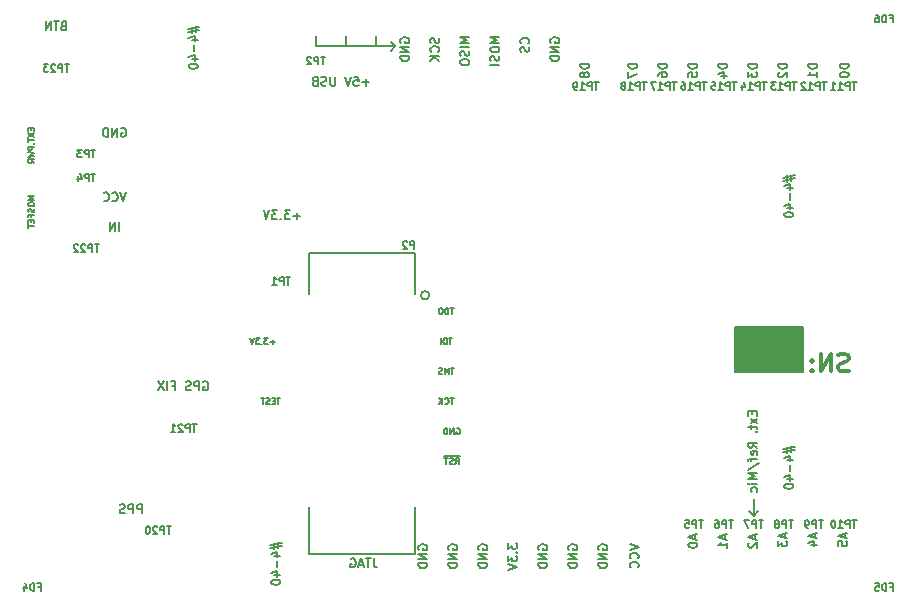
<source format=gbo>
G04 (created by PCBNEW (2013-07-07 BZR 4022)-stable) date 11/17/2016 10:00:46 AM*
%MOIN*%
G04 Gerber Fmt 3.4, Leading zero omitted, Abs format*
%FSLAX34Y34*%
G01*
G70*
G90*
G04 APERTURE LIST*
%ADD10C,0.00590551*%
%ADD11C,0.00738189*%
%ADD12C,0.00787402*%
%ADD13C,0.005*%
%ADD14C,0.011811*%
%ADD15C,0.007*%
%ADD16C,0.232409*%
%ADD17C,0.05*%
%ADD18C,0.027685*%
%ADD19R,0.063X0.063*%
%ADD20C,0.063*%
%ADD21R,0.208X0.058*%
%ADD22C,0.0787402*%
%ADD23C,0.0757165*%
G04 APERTURE END LIST*
G54D10*
G54D11*
X63660Y-52138D02*
X63688Y-52124D01*
X63731Y-52124D01*
X63773Y-52138D01*
X63801Y-52166D01*
X63815Y-52194D01*
X63829Y-52250D01*
X63829Y-52292D01*
X63815Y-52349D01*
X63801Y-52377D01*
X63773Y-52405D01*
X63731Y-52419D01*
X63703Y-52419D01*
X63660Y-52405D01*
X63646Y-52391D01*
X63646Y-52292D01*
X63703Y-52292D01*
X63520Y-52419D02*
X63520Y-52124D01*
X63407Y-52124D01*
X63379Y-52138D01*
X63365Y-52152D01*
X63351Y-52180D01*
X63351Y-52222D01*
X63365Y-52250D01*
X63379Y-52264D01*
X63407Y-52278D01*
X63520Y-52278D01*
X63239Y-52405D02*
X63196Y-52419D01*
X63126Y-52419D01*
X63098Y-52405D01*
X63084Y-52391D01*
X63070Y-52363D01*
X63070Y-52335D01*
X63084Y-52307D01*
X63098Y-52292D01*
X63126Y-52278D01*
X63182Y-52264D01*
X63210Y-52250D01*
X63224Y-52236D01*
X63239Y-52208D01*
X63239Y-52180D01*
X63224Y-52152D01*
X63210Y-52138D01*
X63182Y-52124D01*
X63112Y-52124D01*
X63070Y-52138D01*
X62620Y-52264D02*
X62718Y-52264D01*
X62718Y-52419D02*
X62718Y-52124D01*
X62578Y-52124D01*
X62465Y-52419D02*
X62465Y-52124D01*
X62353Y-52124D02*
X62156Y-52419D01*
X62156Y-52124D02*
X62353Y-52419D01*
G54D12*
X82000Y-56600D02*
X82150Y-56450D01*
X82000Y-56600D02*
X81850Y-56450D01*
X82000Y-56050D02*
X82000Y-56600D01*
G54D11*
X81964Y-53121D02*
X81964Y-53219D01*
X82119Y-53261D02*
X82119Y-53121D01*
X81824Y-53121D01*
X81824Y-53261D01*
X82119Y-53360D02*
X81922Y-53514D01*
X81922Y-53360D02*
X82119Y-53514D01*
X81922Y-53585D02*
X81922Y-53697D01*
X81824Y-53627D02*
X82077Y-53627D01*
X82105Y-53641D01*
X82119Y-53669D01*
X82119Y-53697D01*
X82091Y-53796D02*
X82105Y-53810D01*
X82119Y-53796D01*
X82105Y-53782D01*
X82091Y-53796D01*
X82119Y-53796D01*
X82119Y-54330D02*
X81978Y-54232D01*
X82119Y-54161D02*
X81824Y-54161D01*
X81824Y-54274D01*
X81838Y-54302D01*
X81852Y-54316D01*
X81880Y-54330D01*
X81922Y-54330D01*
X81950Y-54316D01*
X81964Y-54302D01*
X81978Y-54274D01*
X81978Y-54161D01*
X82105Y-54569D02*
X82119Y-54541D01*
X82119Y-54485D01*
X82105Y-54457D01*
X82077Y-54442D01*
X81964Y-54442D01*
X81936Y-54457D01*
X81922Y-54485D01*
X81922Y-54541D01*
X81936Y-54569D01*
X81964Y-54583D01*
X81992Y-54583D01*
X82021Y-54442D01*
X81922Y-54667D02*
X81922Y-54780D01*
X82119Y-54710D02*
X81866Y-54710D01*
X81838Y-54724D01*
X81824Y-54752D01*
X81824Y-54780D01*
X81810Y-55089D02*
X82189Y-54836D01*
X82119Y-55188D02*
X81824Y-55188D01*
X82035Y-55286D01*
X81824Y-55385D01*
X82119Y-55385D01*
X82119Y-55525D02*
X81922Y-55525D01*
X81824Y-55525D02*
X81838Y-55511D01*
X81852Y-55525D01*
X81838Y-55539D01*
X81824Y-55525D01*
X81852Y-55525D01*
X82105Y-55792D02*
X82119Y-55764D01*
X82119Y-55708D01*
X82105Y-55680D01*
X82091Y-55666D01*
X82063Y-55652D01*
X81978Y-55652D01*
X81950Y-55666D01*
X81936Y-55680D01*
X81922Y-55708D01*
X81922Y-55764D01*
X81936Y-55792D01*
X58996Y-40264D02*
X58953Y-40278D01*
X58939Y-40292D01*
X58925Y-40321D01*
X58925Y-40363D01*
X58939Y-40391D01*
X58953Y-40405D01*
X58982Y-40419D01*
X59094Y-40419D01*
X59094Y-40124D01*
X58996Y-40124D01*
X58967Y-40138D01*
X58953Y-40152D01*
X58939Y-40180D01*
X58939Y-40208D01*
X58953Y-40236D01*
X58967Y-40250D01*
X58996Y-40264D01*
X59094Y-40264D01*
X58841Y-40124D02*
X58672Y-40124D01*
X58757Y-40419D02*
X58757Y-40124D01*
X58574Y-40419D02*
X58574Y-40124D01*
X58405Y-40419D01*
X58405Y-40124D01*
G54D13*
X58030Y-45930D02*
X57830Y-45930D01*
X57973Y-45997D01*
X57830Y-46064D01*
X58030Y-46064D01*
X57830Y-46197D02*
X57830Y-46235D01*
X57840Y-46254D01*
X57859Y-46273D01*
X57897Y-46283D01*
X57964Y-46283D01*
X58002Y-46273D01*
X58021Y-46254D01*
X58030Y-46235D01*
X58030Y-46197D01*
X58021Y-46178D01*
X58002Y-46159D01*
X57964Y-46150D01*
X57897Y-46150D01*
X57859Y-46159D01*
X57840Y-46178D01*
X57830Y-46197D01*
X58021Y-46359D02*
X58030Y-46388D01*
X58030Y-46435D01*
X58021Y-46454D01*
X58011Y-46464D01*
X57992Y-46473D01*
X57973Y-46473D01*
X57954Y-46464D01*
X57945Y-46454D01*
X57935Y-46435D01*
X57926Y-46397D01*
X57916Y-46378D01*
X57907Y-46369D01*
X57888Y-46359D01*
X57869Y-46359D01*
X57850Y-46369D01*
X57840Y-46378D01*
X57830Y-46397D01*
X57830Y-46445D01*
X57840Y-46473D01*
X57926Y-46626D02*
X57926Y-46559D01*
X58030Y-46559D02*
X57830Y-46559D01*
X57830Y-46654D01*
X57926Y-46730D02*
X57926Y-46797D01*
X58030Y-46826D02*
X58030Y-46730D01*
X57830Y-46730D01*
X57830Y-46826D01*
X57830Y-46883D02*
X57830Y-46997D01*
X58030Y-46940D02*
X57830Y-46940D01*
G54D11*
X83122Y-54303D02*
X83122Y-54514D01*
X82996Y-54388D02*
X83375Y-54303D01*
X83249Y-54486D02*
X83249Y-54275D01*
X83375Y-54402D02*
X82996Y-54486D01*
X83122Y-54739D02*
X83319Y-54739D01*
X83010Y-54669D02*
X83221Y-54599D01*
X83221Y-54782D01*
X83207Y-54894D02*
X83207Y-55119D01*
X83122Y-55386D02*
X83319Y-55386D01*
X83010Y-55316D02*
X83221Y-55246D01*
X83221Y-55428D01*
X83024Y-55597D02*
X83024Y-55625D01*
X83038Y-55653D01*
X83052Y-55667D01*
X83080Y-55681D01*
X83136Y-55696D01*
X83207Y-55696D01*
X83263Y-55681D01*
X83291Y-55667D01*
X83305Y-55653D01*
X83319Y-55625D01*
X83319Y-55597D01*
X83305Y-55569D01*
X83291Y-55555D01*
X83263Y-55541D01*
X83207Y-55527D01*
X83136Y-55527D01*
X83080Y-55541D01*
X83052Y-55555D01*
X83038Y-55569D01*
X83024Y-55597D01*
X83122Y-45253D02*
X83122Y-45464D01*
X82996Y-45338D02*
X83375Y-45253D01*
X83249Y-45436D02*
X83249Y-45225D01*
X83375Y-45352D02*
X82996Y-45436D01*
X83122Y-45689D02*
X83319Y-45689D01*
X83010Y-45619D02*
X83221Y-45549D01*
X83221Y-45732D01*
X83207Y-45844D02*
X83207Y-46069D01*
X83122Y-46336D02*
X83319Y-46336D01*
X83010Y-46266D02*
X83221Y-46196D01*
X83221Y-46378D01*
X83024Y-46547D02*
X83024Y-46575D01*
X83038Y-46603D01*
X83052Y-46617D01*
X83080Y-46631D01*
X83136Y-46646D01*
X83207Y-46646D01*
X83263Y-46631D01*
X83291Y-46617D01*
X83305Y-46603D01*
X83319Y-46575D01*
X83319Y-46547D01*
X83305Y-46519D01*
X83291Y-46505D01*
X83263Y-46491D01*
X83207Y-46477D01*
X83136Y-46477D01*
X83080Y-46491D01*
X83052Y-46505D01*
X83038Y-46519D01*
X83024Y-46547D01*
X63272Y-40303D02*
X63272Y-40514D01*
X63146Y-40388D02*
X63525Y-40303D01*
X63399Y-40486D02*
X63399Y-40275D01*
X63525Y-40402D02*
X63146Y-40486D01*
X63272Y-40739D02*
X63469Y-40739D01*
X63160Y-40669D02*
X63371Y-40599D01*
X63371Y-40782D01*
X63357Y-40894D02*
X63357Y-41119D01*
X63272Y-41386D02*
X63469Y-41386D01*
X63160Y-41316D02*
X63371Y-41246D01*
X63371Y-41428D01*
X63174Y-41597D02*
X63174Y-41625D01*
X63188Y-41653D01*
X63202Y-41667D01*
X63230Y-41681D01*
X63286Y-41696D01*
X63357Y-41696D01*
X63413Y-41681D01*
X63441Y-41667D01*
X63455Y-41653D01*
X63469Y-41625D01*
X63469Y-41597D01*
X63455Y-41569D01*
X63441Y-41555D01*
X63413Y-41541D01*
X63357Y-41527D01*
X63286Y-41527D01*
X63230Y-41541D01*
X63202Y-41555D01*
X63188Y-41569D01*
X63174Y-41597D01*
X66022Y-57503D02*
X66022Y-57714D01*
X65896Y-57588D02*
X66275Y-57503D01*
X66149Y-57686D02*
X66149Y-57475D01*
X66275Y-57602D02*
X65896Y-57686D01*
X66022Y-57939D02*
X66219Y-57939D01*
X65910Y-57869D02*
X66121Y-57799D01*
X66121Y-57982D01*
X66107Y-58094D02*
X66107Y-58319D01*
X66022Y-58586D02*
X66219Y-58586D01*
X65910Y-58516D02*
X66121Y-58446D01*
X66121Y-58628D01*
X65924Y-58797D02*
X65924Y-58825D01*
X65938Y-58853D01*
X65952Y-58867D01*
X65980Y-58881D01*
X66036Y-58896D01*
X66107Y-58896D01*
X66163Y-58881D01*
X66191Y-58867D01*
X66205Y-58853D01*
X66219Y-58825D01*
X66219Y-58797D01*
X66205Y-58769D01*
X66191Y-58755D01*
X66163Y-58741D01*
X66107Y-58727D01*
X66036Y-58727D01*
X65980Y-58741D01*
X65952Y-58755D01*
X65938Y-58769D01*
X65924Y-58797D01*
X70838Y-57725D02*
X70824Y-57696D01*
X70824Y-57654D01*
X70838Y-57612D01*
X70866Y-57584D01*
X70894Y-57570D01*
X70950Y-57556D01*
X70992Y-57556D01*
X71049Y-57570D01*
X71077Y-57584D01*
X71105Y-57612D01*
X71119Y-57654D01*
X71119Y-57682D01*
X71105Y-57725D01*
X71091Y-57739D01*
X70992Y-57739D01*
X70992Y-57682D01*
X71119Y-57865D02*
X70824Y-57865D01*
X71119Y-58034D01*
X70824Y-58034D01*
X71119Y-58174D02*
X70824Y-58174D01*
X70824Y-58245D01*
X70838Y-58287D01*
X70866Y-58315D01*
X70894Y-58329D01*
X70950Y-58343D01*
X70992Y-58343D01*
X71049Y-58329D01*
X71077Y-58315D01*
X71105Y-58287D01*
X71119Y-58245D01*
X71119Y-58174D01*
X71838Y-57725D02*
X71824Y-57696D01*
X71824Y-57654D01*
X71838Y-57612D01*
X71866Y-57584D01*
X71894Y-57570D01*
X71950Y-57556D01*
X71992Y-57556D01*
X72049Y-57570D01*
X72077Y-57584D01*
X72105Y-57612D01*
X72119Y-57654D01*
X72119Y-57682D01*
X72105Y-57725D01*
X72091Y-57739D01*
X71992Y-57739D01*
X71992Y-57682D01*
X72119Y-57865D02*
X71824Y-57865D01*
X72119Y-58034D01*
X71824Y-58034D01*
X72119Y-58174D02*
X71824Y-58174D01*
X71824Y-58245D01*
X71838Y-58287D01*
X71866Y-58315D01*
X71894Y-58329D01*
X71950Y-58343D01*
X71992Y-58343D01*
X72049Y-58329D01*
X72077Y-58315D01*
X72105Y-58287D01*
X72119Y-58245D01*
X72119Y-58174D01*
X72838Y-57725D02*
X72824Y-57696D01*
X72824Y-57654D01*
X72838Y-57612D01*
X72866Y-57584D01*
X72894Y-57570D01*
X72950Y-57556D01*
X72992Y-57556D01*
X73049Y-57570D01*
X73077Y-57584D01*
X73105Y-57612D01*
X73119Y-57654D01*
X73119Y-57682D01*
X73105Y-57725D01*
X73091Y-57739D01*
X72992Y-57739D01*
X72992Y-57682D01*
X73119Y-57865D02*
X72824Y-57865D01*
X73119Y-58034D01*
X72824Y-58034D01*
X73119Y-58174D02*
X72824Y-58174D01*
X72824Y-58245D01*
X72838Y-58287D01*
X72866Y-58315D01*
X72894Y-58329D01*
X72950Y-58343D01*
X72992Y-58343D01*
X73049Y-58329D01*
X73077Y-58315D01*
X73105Y-58287D01*
X73119Y-58245D01*
X73119Y-58174D01*
X74838Y-57725D02*
X74824Y-57696D01*
X74824Y-57654D01*
X74838Y-57612D01*
X74866Y-57584D01*
X74894Y-57570D01*
X74950Y-57556D01*
X74992Y-57556D01*
X75049Y-57570D01*
X75077Y-57584D01*
X75105Y-57612D01*
X75119Y-57654D01*
X75119Y-57682D01*
X75105Y-57725D01*
X75091Y-57739D01*
X74992Y-57739D01*
X74992Y-57682D01*
X75119Y-57865D02*
X74824Y-57865D01*
X75119Y-58034D01*
X74824Y-58034D01*
X75119Y-58174D02*
X74824Y-58174D01*
X74824Y-58245D01*
X74838Y-58287D01*
X74866Y-58315D01*
X74894Y-58329D01*
X74950Y-58343D01*
X74992Y-58343D01*
X75049Y-58329D01*
X75077Y-58315D01*
X75105Y-58287D01*
X75119Y-58245D01*
X75119Y-58174D01*
X75238Y-40825D02*
X75224Y-40796D01*
X75224Y-40754D01*
X75238Y-40712D01*
X75266Y-40684D01*
X75294Y-40670D01*
X75350Y-40656D01*
X75392Y-40656D01*
X75449Y-40670D01*
X75477Y-40684D01*
X75505Y-40712D01*
X75519Y-40754D01*
X75519Y-40782D01*
X75505Y-40825D01*
X75491Y-40839D01*
X75392Y-40839D01*
X75392Y-40782D01*
X75519Y-40965D02*
X75224Y-40965D01*
X75519Y-41134D01*
X75224Y-41134D01*
X75519Y-41274D02*
X75224Y-41274D01*
X75224Y-41345D01*
X75238Y-41387D01*
X75266Y-41415D01*
X75294Y-41429D01*
X75350Y-41443D01*
X75392Y-41443D01*
X75449Y-41429D01*
X75477Y-41415D01*
X75505Y-41387D01*
X75519Y-41345D01*
X75519Y-41274D01*
G54D12*
X68400Y-40600D02*
X68400Y-40950D01*
X69400Y-40600D02*
X69400Y-40950D01*
X70050Y-40950D02*
X69900Y-41100D01*
X69900Y-40800D02*
X70050Y-40950D01*
X70050Y-40950D02*
X69900Y-40800D01*
X67400Y-40950D02*
X70050Y-40950D01*
X67400Y-40600D02*
X67400Y-40950D01*
G54D13*
X72059Y-54880D02*
X72126Y-54785D01*
X72173Y-54880D02*
X72173Y-54680D01*
X72097Y-54680D01*
X72078Y-54690D01*
X72069Y-54700D01*
X72059Y-54719D01*
X72059Y-54747D01*
X72069Y-54766D01*
X72078Y-54776D01*
X72097Y-54785D01*
X72173Y-54785D01*
X71983Y-54871D02*
X71954Y-54880D01*
X71907Y-54880D01*
X71888Y-54871D01*
X71878Y-54861D01*
X71869Y-54842D01*
X71869Y-54823D01*
X71878Y-54804D01*
X71888Y-54795D01*
X71907Y-54785D01*
X71945Y-54776D01*
X71964Y-54766D01*
X71973Y-54757D01*
X71983Y-54738D01*
X71983Y-54719D01*
X71973Y-54700D01*
X71964Y-54690D01*
X71945Y-54680D01*
X71897Y-54680D01*
X71869Y-54690D01*
X71811Y-54680D02*
X71697Y-54680D01*
X71754Y-54880D02*
X71754Y-54680D01*
X72221Y-54605D02*
X71678Y-54605D01*
X72102Y-53690D02*
X72121Y-53680D01*
X72150Y-53680D01*
X72178Y-53690D01*
X72197Y-53709D01*
X72207Y-53728D01*
X72216Y-53766D01*
X72216Y-53795D01*
X72207Y-53833D01*
X72197Y-53852D01*
X72178Y-53871D01*
X72150Y-53880D01*
X72130Y-53880D01*
X72102Y-53871D01*
X72092Y-53861D01*
X72092Y-53795D01*
X72130Y-53795D01*
X72007Y-53880D02*
X72007Y-53680D01*
X71892Y-53880D01*
X71892Y-53680D01*
X71797Y-53880D02*
X71797Y-53680D01*
X71750Y-53680D01*
X71721Y-53690D01*
X71702Y-53709D01*
X71692Y-53728D01*
X71683Y-53766D01*
X71683Y-53795D01*
X71692Y-53833D01*
X71702Y-53852D01*
X71721Y-53871D01*
X71750Y-53880D01*
X71797Y-53880D01*
X72007Y-52680D02*
X71892Y-52680D01*
X71950Y-52880D02*
X71950Y-52680D01*
X71711Y-52861D02*
X71721Y-52871D01*
X71750Y-52880D01*
X71769Y-52880D01*
X71797Y-52871D01*
X71816Y-52852D01*
X71826Y-52833D01*
X71835Y-52795D01*
X71835Y-52766D01*
X71826Y-52728D01*
X71816Y-52709D01*
X71797Y-52690D01*
X71769Y-52680D01*
X71750Y-52680D01*
X71721Y-52690D01*
X71711Y-52700D01*
X71626Y-52880D02*
X71626Y-52680D01*
X71511Y-52880D02*
X71597Y-52766D01*
X71511Y-52680D02*
X71626Y-52795D01*
X72016Y-51680D02*
X71902Y-51680D01*
X71959Y-51880D02*
X71959Y-51680D01*
X71835Y-51880D02*
X71835Y-51680D01*
X71769Y-51823D01*
X71702Y-51680D01*
X71702Y-51880D01*
X71616Y-51871D02*
X71588Y-51880D01*
X71540Y-51880D01*
X71521Y-51871D01*
X71511Y-51861D01*
X71502Y-51842D01*
X71502Y-51823D01*
X71511Y-51804D01*
X71521Y-51795D01*
X71540Y-51785D01*
X71578Y-51776D01*
X71597Y-51766D01*
X71607Y-51757D01*
X71616Y-51738D01*
X71616Y-51719D01*
X71607Y-51700D01*
X71597Y-51690D01*
X71578Y-51680D01*
X71530Y-51680D01*
X71502Y-51690D01*
X71954Y-50680D02*
X71840Y-50680D01*
X71897Y-50880D02*
X71897Y-50680D01*
X71773Y-50880D02*
X71773Y-50680D01*
X71726Y-50680D01*
X71697Y-50690D01*
X71678Y-50709D01*
X71669Y-50728D01*
X71659Y-50766D01*
X71659Y-50795D01*
X71669Y-50833D01*
X71678Y-50852D01*
X71697Y-50871D01*
X71726Y-50880D01*
X71773Y-50880D01*
X71573Y-50880D02*
X71573Y-50680D01*
X72011Y-49680D02*
X71897Y-49680D01*
X71954Y-49880D02*
X71954Y-49680D01*
X71830Y-49880D02*
X71830Y-49680D01*
X71783Y-49680D01*
X71754Y-49690D01*
X71735Y-49709D01*
X71726Y-49728D01*
X71716Y-49766D01*
X71716Y-49795D01*
X71726Y-49833D01*
X71735Y-49852D01*
X71754Y-49871D01*
X71783Y-49880D01*
X71830Y-49880D01*
X71592Y-49680D02*
X71554Y-49680D01*
X71535Y-49690D01*
X71516Y-49709D01*
X71507Y-49747D01*
X71507Y-49814D01*
X71516Y-49852D01*
X71535Y-49871D01*
X71554Y-49880D01*
X71592Y-49880D01*
X71611Y-49871D01*
X71630Y-49852D01*
X71640Y-49814D01*
X71640Y-49747D01*
X71630Y-49709D01*
X71611Y-49690D01*
X71592Y-49680D01*
X66219Y-52680D02*
X66104Y-52680D01*
X66161Y-52880D02*
X66161Y-52680D01*
X66038Y-52776D02*
X65971Y-52776D01*
X65942Y-52880D02*
X66038Y-52880D01*
X66038Y-52680D01*
X65942Y-52680D01*
X65866Y-52871D02*
X65838Y-52880D01*
X65790Y-52880D01*
X65771Y-52871D01*
X65761Y-52861D01*
X65752Y-52842D01*
X65752Y-52823D01*
X65761Y-52804D01*
X65771Y-52795D01*
X65790Y-52785D01*
X65828Y-52776D01*
X65847Y-52766D01*
X65857Y-52757D01*
X65866Y-52738D01*
X65866Y-52719D01*
X65857Y-52700D01*
X65847Y-52690D01*
X65828Y-52680D01*
X65780Y-52680D01*
X65752Y-52690D01*
X65695Y-52680D02*
X65580Y-52680D01*
X65638Y-52880D02*
X65638Y-52680D01*
X66050Y-50804D02*
X65897Y-50804D01*
X65973Y-50880D02*
X65973Y-50728D01*
X65821Y-50680D02*
X65697Y-50680D01*
X65764Y-50757D01*
X65735Y-50757D01*
X65716Y-50766D01*
X65707Y-50776D01*
X65697Y-50795D01*
X65697Y-50842D01*
X65707Y-50861D01*
X65716Y-50871D01*
X65735Y-50880D01*
X65792Y-50880D01*
X65811Y-50871D01*
X65821Y-50861D01*
X65611Y-50861D02*
X65602Y-50871D01*
X65611Y-50880D01*
X65621Y-50871D01*
X65611Y-50861D01*
X65611Y-50880D01*
X65535Y-50680D02*
X65411Y-50680D01*
X65478Y-50757D01*
X65450Y-50757D01*
X65430Y-50766D01*
X65421Y-50776D01*
X65411Y-50795D01*
X65411Y-50842D01*
X65421Y-50861D01*
X65430Y-50871D01*
X65450Y-50880D01*
X65507Y-50880D01*
X65526Y-50871D01*
X65535Y-50861D01*
X65354Y-50680D02*
X65288Y-50880D01*
X65221Y-50680D01*
G54D11*
X66890Y-46607D02*
X66665Y-46607D01*
X66778Y-46719D02*
X66778Y-46494D01*
X66553Y-46424D02*
X66370Y-46424D01*
X66468Y-46536D01*
X66426Y-46536D01*
X66398Y-46550D01*
X66384Y-46564D01*
X66370Y-46592D01*
X66370Y-46663D01*
X66384Y-46691D01*
X66398Y-46705D01*
X66426Y-46719D01*
X66510Y-46719D01*
X66539Y-46705D01*
X66553Y-46691D01*
X66243Y-46691D02*
X66229Y-46705D01*
X66243Y-46719D01*
X66257Y-46705D01*
X66243Y-46691D01*
X66243Y-46719D01*
X66131Y-46424D02*
X65948Y-46424D01*
X66046Y-46536D01*
X66004Y-46536D01*
X65976Y-46550D01*
X65962Y-46564D01*
X65948Y-46592D01*
X65948Y-46663D01*
X65962Y-46691D01*
X65976Y-46705D01*
X66004Y-46719D01*
X66089Y-46719D01*
X66117Y-46705D01*
X66131Y-46691D01*
X65864Y-46424D02*
X65765Y-46719D01*
X65667Y-46424D01*
X69185Y-42157D02*
X68960Y-42157D01*
X69072Y-42269D02*
X69072Y-42044D01*
X68678Y-41974D02*
X68819Y-41974D01*
X68833Y-42114D01*
X68819Y-42100D01*
X68791Y-42086D01*
X68721Y-42086D01*
X68692Y-42100D01*
X68678Y-42114D01*
X68664Y-42142D01*
X68664Y-42213D01*
X68678Y-42241D01*
X68692Y-42255D01*
X68721Y-42269D01*
X68791Y-42269D01*
X68819Y-42255D01*
X68833Y-42241D01*
X68580Y-41974D02*
X68482Y-42269D01*
X68383Y-41974D01*
X68060Y-41974D02*
X68060Y-42213D01*
X68046Y-42241D01*
X68032Y-42255D01*
X68003Y-42269D01*
X67947Y-42269D01*
X67919Y-42255D01*
X67905Y-42241D01*
X67891Y-42213D01*
X67891Y-41974D01*
X67764Y-42255D02*
X67722Y-42269D01*
X67652Y-42269D01*
X67624Y-42255D01*
X67610Y-42241D01*
X67596Y-42213D01*
X67596Y-42185D01*
X67610Y-42157D01*
X67624Y-42142D01*
X67652Y-42128D01*
X67708Y-42114D01*
X67736Y-42100D01*
X67750Y-42086D01*
X67764Y-42058D01*
X67764Y-42030D01*
X67750Y-42002D01*
X67736Y-41988D01*
X67708Y-41974D01*
X67638Y-41974D01*
X67596Y-41988D01*
X67371Y-42114D02*
X67329Y-42128D01*
X67314Y-42142D01*
X67300Y-42171D01*
X67300Y-42213D01*
X67314Y-42241D01*
X67329Y-42255D01*
X67357Y-42269D01*
X67469Y-42269D01*
X67469Y-41974D01*
X67371Y-41974D01*
X67343Y-41988D01*
X67329Y-42002D01*
X67314Y-42030D01*
X67314Y-42058D01*
X67329Y-42086D01*
X67343Y-42100D01*
X67371Y-42114D01*
X67469Y-42114D01*
X61615Y-56519D02*
X61615Y-56224D01*
X61503Y-56224D01*
X61474Y-56238D01*
X61460Y-56252D01*
X61446Y-56280D01*
X61446Y-56322D01*
X61460Y-56350D01*
X61474Y-56364D01*
X61503Y-56378D01*
X61615Y-56378D01*
X61320Y-56519D02*
X61320Y-56224D01*
X61207Y-56224D01*
X61179Y-56238D01*
X61165Y-56252D01*
X61151Y-56280D01*
X61151Y-56322D01*
X61165Y-56350D01*
X61179Y-56364D01*
X61207Y-56378D01*
X61320Y-56378D01*
X61039Y-56505D02*
X60996Y-56519D01*
X60926Y-56519D01*
X60898Y-56505D01*
X60884Y-56491D01*
X60870Y-56463D01*
X60870Y-56435D01*
X60884Y-56407D01*
X60898Y-56392D01*
X60926Y-56378D01*
X60982Y-56364D01*
X61010Y-56350D01*
X61025Y-56336D01*
X61039Y-56308D01*
X61039Y-56280D01*
X61025Y-56252D01*
X61010Y-56238D01*
X60982Y-56224D01*
X60912Y-56224D01*
X60870Y-56238D01*
X61093Y-45824D02*
X60995Y-46119D01*
X60896Y-45824D01*
X60629Y-46091D02*
X60643Y-46105D01*
X60685Y-46119D01*
X60714Y-46119D01*
X60756Y-46105D01*
X60784Y-46077D01*
X60798Y-46049D01*
X60812Y-45992D01*
X60812Y-45950D01*
X60798Y-45894D01*
X60784Y-45866D01*
X60756Y-45838D01*
X60714Y-45824D01*
X60685Y-45824D01*
X60643Y-45838D01*
X60629Y-45852D01*
X60334Y-46091D02*
X60348Y-46105D01*
X60390Y-46119D01*
X60418Y-46119D01*
X60460Y-46105D01*
X60489Y-46077D01*
X60503Y-46049D01*
X60517Y-45992D01*
X60517Y-45950D01*
X60503Y-45894D01*
X60489Y-45866D01*
X60460Y-45838D01*
X60418Y-45824D01*
X60390Y-45824D01*
X60348Y-45838D01*
X60334Y-45852D01*
X60924Y-43688D02*
X60953Y-43674D01*
X60995Y-43674D01*
X61037Y-43688D01*
X61065Y-43716D01*
X61079Y-43744D01*
X61093Y-43800D01*
X61093Y-43842D01*
X61079Y-43899D01*
X61065Y-43927D01*
X61037Y-43955D01*
X60995Y-43969D01*
X60967Y-43969D01*
X60924Y-43955D01*
X60910Y-43941D01*
X60910Y-43842D01*
X60967Y-43842D01*
X60784Y-43969D02*
X60784Y-43674D01*
X60615Y-43969D01*
X60615Y-43674D01*
X60475Y-43969D02*
X60475Y-43674D01*
X60404Y-43674D01*
X60362Y-43688D01*
X60334Y-43716D01*
X60320Y-43744D01*
X60306Y-43800D01*
X60306Y-43842D01*
X60320Y-43899D01*
X60334Y-43927D01*
X60362Y-43955D01*
X60404Y-43969D01*
X60475Y-43969D01*
X60854Y-47119D02*
X60854Y-46824D01*
X60714Y-47119D02*
X60714Y-46824D01*
X60545Y-47119D01*
X60545Y-46824D01*
G54D14*
X85168Y-51760D02*
X85084Y-51789D01*
X84943Y-51789D01*
X84887Y-51760D01*
X84859Y-51732D01*
X84831Y-51676D01*
X84831Y-51620D01*
X84859Y-51564D01*
X84887Y-51535D01*
X84943Y-51507D01*
X85056Y-51479D01*
X85112Y-51451D01*
X85140Y-51423D01*
X85168Y-51367D01*
X85168Y-51310D01*
X85140Y-51254D01*
X85112Y-51226D01*
X85056Y-51198D01*
X84915Y-51198D01*
X84831Y-51226D01*
X84578Y-51789D02*
X84578Y-51198D01*
X84240Y-51789D01*
X84240Y-51198D01*
X83959Y-51732D02*
X83931Y-51760D01*
X83959Y-51789D01*
X83987Y-51760D01*
X83959Y-51732D01*
X83959Y-51789D01*
X83959Y-51423D02*
X83931Y-51451D01*
X83959Y-51479D01*
X83987Y-51451D01*
X83959Y-51423D01*
X83959Y-51479D01*
G54D11*
X69344Y-58024D02*
X69344Y-58235D01*
X69358Y-58277D01*
X69386Y-58305D01*
X69428Y-58319D01*
X69456Y-58319D01*
X69246Y-58024D02*
X69077Y-58024D01*
X69161Y-58319D02*
X69161Y-58024D01*
X68992Y-58235D02*
X68852Y-58235D01*
X69021Y-58319D02*
X68922Y-58024D01*
X68824Y-58319D01*
X68571Y-58038D02*
X68599Y-58024D01*
X68641Y-58024D01*
X68683Y-58038D01*
X68711Y-58066D01*
X68725Y-58094D01*
X68739Y-58150D01*
X68739Y-58192D01*
X68725Y-58249D01*
X68711Y-58277D01*
X68683Y-58305D01*
X68641Y-58319D01*
X68613Y-58319D01*
X68571Y-58305D01*
X68557Y-58291D01*
X68557Y-58192D01*
X68613Y-58192D01*
X71505Y-40670D02*
X71519Y-40712D01*
X71519Y-40782D01*
X71505Y-40810D01*
X71491Y-40825D01*
X71463Y-40839D01*
X71435Y-40839D01*
X71407Y-40825D01*
X71392Y-40810D01*
X71378Y-40782D01*
X71364Y-40726D01*
X71350Y-40698D01*
X71336Y-40684D01*
X71308Y-40670D01*
X71280Y-40670D01*
X71252Y-40684D01*
X71238Y-40698D01*
X71224Y-40726D01*
X71224Y-40796D01*
X71238Y-40839D01*
X71491Y-41134D02*
X71505Y-41120D01*
X71519Y-41078D01*
X71519Y-41050D01*
X71505Y-41007D01*
X71477Y-40979D01*
X71449Y-40965D01*
X71392Y-40951D01*
X71350Y-40951D01*
X71294Y-40965D01*
X71266Y-40979D01*
X71238Y-41007D01*
X71224Y-41050D01*
X71224Y-41078D01*
X71238Y-41120D01*
X71252Y-41134D01*
X71519Y-41260D02*
X71224Y-41260D01*
X71519Y-41429D02*
X71350Y-41303D01*
X71224Y-41429D02*
X71392Y-41260D01*
X72519Y-40635D02*
X72224Y-40635D01*
X72435Y-40734D01*
X72224Y-40832D01*
X72519Y-40832D01*
X72519Y-40973D02*
X72224Y-40973D01*
X72505Y-41100D02*
X72519Y-41142D01*
X72519Y-41212D01*
X72505Y-41240D01*
X72491Y-41254D01*
X72463Y-41268D01*
X72435Y-41268D01*
X72407Y-41254D01*
X72392Y-41240D01*
X72378Y-41212D01*
X72364Y-41156D01*
X72350Y-41128D01*
X72336Y-41114D01*
X72308Y-41100D01*
X72280Y-41100D01*
X72252Y-41114D01*
X72238Y-41128D01*
X72224Y-41156D01*
X72224Y-41226D01*
X72238Y-41268D01*
X72224Y-41451D02*
X72224Y-41507D01*
X72238Y-41535D01*
X72266Y-41564D01*
X72322Y-41578D01*
X72421Y-41578D01*
X72477Y-41564D01*
X72505Y-41535D01*
X72519Y-41507D01*
X72519Y-41451D01*
X72505Y-41423D01*
X72477Y-41395D01*
X72421Y-41381D01*
X72322Y-41381D01*
X72266Y-41395D01*
X72238Y-41423D01*
X72224Y-41451D01*
X73519Y-40635D02*
X73224Y-40635D01*
X73435Y-40734D01*
X73224Y-40832D01*
X73519Y-40832D01*
X73224Y-41029D02*
X73224Y-41085D01*
X73238Y-41114D01*
X73266Y-41142D01*
X73322Y-41156D01*
X73421Y-41156D01*
X73477Y-41142D01*
X73505Y-41114D01*
X73519Y-41085D01*
X73519Y-41029D01*
X73505Y-41001D01*
X73477Y-40973D01*
X73421Y-40959D01*
X73322Y-40959D01*
X73266Y-40973D01*
X73238Y-41001D01*
X73224Y-41029D01*
X73505Y-41268D02*
X73519Y-41310D01*
X73519Y-41381D01*
X73505Y-41409D01*
X73491Y-41423D01*
X73463Y-41437D01*
X73435Y-41437D01*
X73407Y-41423D01*
X73392Y-41409D01*
X73378Y-41381D01*
X73364Y-41324D01*
X73350Y-41296D01*
X73336Y-41282D01*
X73308Y-41268D01*
X73280Y-41268D01*
X73252Y-41282D01*
X73238Y-41296D01*
X73224Y-41324D01*
X73224Y-41395D01*
X73238Y-41437D01*
X73519Y-41564D02*
X73224Y-41564D01*
X74491Y-40850D02*
X74505Y-40836D01*
X74519Y-40794D01*
X74519Y-40766D01*
X74505Y-40724D01*
X74477Y-40696D01*
X74449Y-40682D01*
X74392Y-40667D01*
X74350Y-40667D01*
X74294Y-40682D01*
X74266Y-40696D01*
X74238Y-40724D01*
X74224Y-40766D01*
X74224Y-40794D01*
X74238Y-40836D01*
X74252Y-40850D01*
X74505Y-40963D02*
X74519Y-41005D01*
X74519Y-41075D01*
X74505Y-41103D01*
X74491Y-41117D01*
X74463Y-41132D01*
X74435Y-41132D01*
X74407Y-41117D01*
X74392Y-41103D01*
X74378Y-41075D01*
X74364Y-41019D01*
X74350Y-40991D01*
X74336Y-40977D01*
X74308Y-40963D01*
X74280Y-40963D01*
X74252Y-40977D01*
X74238Y-40991D01*
X74224Y-41019D01*
X74224Y-41089D01*
X74238Y-41132D01*
X76519Y-41532D02*
X76224Y-41532D01*
X76224Y-41602D01*
X76238Y-41644D01*
X76266Y-41672D01*
X76294Y-41686D01*
X76350Y-41700D01*
X76392Y-41700D01*
X76449Y-41686D01*
X76477Y-41672D01*
X76505Y-41644D01*
X76519Y-41602D01*
X76519Y-41532D01*
X76350Y-41869D02*
X76336Y-41841D01*
X76322Y-41827D01*
X76294Y-41813D01*
X76280Y-41813D01*
X76252Y-41827D01*
X76238Y-41841D01*
X76224Y-41869D01*
X76224Y-41925D01*
X76238Y-41953D01*
X76252Y-41967D01*
X76280Y-41982D01*
X76294Y-41982D01*
X76322Y-41967D01*
X76336Y-41953D01*
X76350Y-41925D01*
X76350Y-41869D01*
X76364Y-41841D01*
X76378Y-41827D01*
X76407Y-41813D01*
X76463Y-41813D01*
X76491Y-41827D01*
X76505Y-41841D01*
X76519Y-41869D01*
X76519Y-41925D01*
X76505Y-41953D01*
X76491Y-41967D01*
X76463Y-41982D01*
X76407Y-41982D01*
X76378Y-41967D01*
X76364Y-41953D01*
X76350Y-41925D01*
X85169Y-41532D02*
X84874Y-41532D01*
X84874Y-41602D01*
X84888Y-41644D01*
X84916Y-41672D01*
X84944Y-41686D01*
X85000Y-41700D01*
X85042Y-41700D01*
X85099Y-41686D01*
X85127Y-41672D01*
X85155Y-41644D01*
X85169Y-41602D01*
X85169Y-41532D01*
X84874Y-41883D02*
X84874Y-41911D01*
X84888Y-41939D01*
X84902Y-41953D01*
X84930Y-41967D01*
X84986Y-41982D01*
X85057Y-41982D01*
X85113Y-41967D01*
X85141Y-41953D01*
X85155Y-41939D01*
X85169Y-41911D01*
X85169Y-41883D01*
X85155Y-41855D01*
X85141Y-41841D01*
X85113Y-41827D01*
X85057Y-41813D01*
X84986Y-41813D01*
X84930Y-41827D01*
X84902Y-41841D01*
X84888Y-41855D01*
X84874Y-41883D01*
X84119Y-41532D02*
X83824Y-41532D01*
X83824Y-41602D01*
X83838Y-41644D01*
X83866Y-41672D01*
X83894Y-41686D01*
X83950Y-41700D01*
X83992Y-41700D01*
X84049Y-41686D01*
X84077Y-41672D01*
X84105Y-41644D01*
X84119Y-41602D01*
X84119Y-41532D01*
X84119Y-41982D02*
X84119Y-41813D01*
X84119Y-41897D02*
X83824Y-41897D01*
X83866Y-41869D01*
X83894Y-41841D01*
X83908Y-41813D01*
X83119Y-41532D02*
X82824Y-41532D01*
X82824Y-41602D01*
X82838Y-41644D01*
X82866Y-41672D01*
X82894Y-41686D01*
X82950Y-41700D01*
X82992Y-41700D01*
X83049Y-41686D01*
X83077Y-41672D01*
X83105Y-41644D01*
X83119Y-41602D01*
X83119Y-41532D01*
X82852Y-41813D02*
X82838Y-41827D01*
X82824Y-41855D01*
X82824Y-41925D01*
X82838Y-41953D01*
X82852Y-41967D01*
X82880Y-41982D01*
X82908Y-41982D01*
X82950Y-41967D01*
X83119Y-41799D01*
X83119Y-41982D01*
X82119Y-41532D02*
X81824Y-41532D01*
X81824Y-41602D01*
X81838Y-41644D01*
X81866Y-41672D01*
X81894Y-41686D01*
X81950Y-41700D01*
X81992Y-41700D01*
X82049Y-41686D01*
X82077Y-41672D01*
X82105Y-41644D01*
X82119Y-41602D01*
X82119Y-41532D01*
X81824Y-41799D02*
X81824Y-41982D01*
X81936Y-41883D01*
X81936Y-41925D01*
X81950Y-41953D01*
X81964Y-41967D01*
X81992Y-41982D01*
X82063Y-41982D01*
X82091Y-41967D01*
X82105Y-41953D01*
X82119Y-41925D01*
X82119Y-41841D01*
X82105Y-41813D01*
X82091Y-41799D01*
X81119Y-41532D02*
X80824Y-41532D01*
X80824Y-41602D01*
X80838Y-41644D01*
X80866Y-41672D01*
X80894Y-41686D01*
X80950Y-41700D01*
X80992Y-41700D01*
X81049Y-41686D01*
X81077Y-41672D01*
X81105Y-41644D01*
X81119Y-41602D01*
X81119Y-41532D01*
X80922Y-41953D02*
X81119Y-41953D01*
X80810Y-41883D02*
X81021Y-41813D01*
X81021Y-41996D01*
X80119Y-41532D02*
X79824Y-41532D01*
X79824Y-41602D01*
X79838Y-41644D01*
X79866Y-41672D01*
X79894Y-41686D01*
X79950Y-41700D01*
X79992Y-41700D01*
X80049Y-41686D01*
X80077Y-41672D01*
X80105Y-41644D01*
X80119Y-41602D01*
X80119Y-41532D01*
X79824Y-41967D02*
X79824Y-41827D01*
X79964Y-41813D01*
X79950Y-41827D01*
X79936Y-41855D01*
X79936Y-41925D01*
X79950Y-41953D01*
X79964Y-41967D01*
X79992Y-41982D01*
X80063Y-41982D01*
X80091Y-41967D01*
X80105Y-41953D01*
X80119Y-41925D01*
X80119Y-41855D01*
X80105Y-41827D01*
X80091Y-41813D01*
X79119Y-41532D02*
X78824Y-41532D01*
X78824Y-41602D01*
X78838Y-41644D01*
X78866Y-41672D01*
X78894Y-41686D01*
X78950Y-41700D01*
X78992Y-41700D01*
X79049Y-41686D01*
X79077Y-41672D01*
X79105Y-41644D01*
X79119Y-41602D01*
X79119Y-41532D01*
X78824Y-41953D02*
X78824Y-41897D01*
X78838Y-41869D01*
X78852Y-41855D01*
X78894Y-41827D01*
X78950Y-41813D01*
X79063Y-41813D01*
X79091Y-41827D01*
X79105Y-41841D01*
X79119Y-41869D01*
X79119Y-41925D01*
X79105Y-41953D01*
X79091Y-41967D01*
X79063Y-41982D01*
X78992Y-41982D01*
X78964Y-41967D01*
X78950Y-41953D01*
X78936Y-41925D01*
X78936Y-41869D01*
X78950Y-41841D01*
X78964Y-41827D01*
X78992Y-41813D01*
X78119Y-41532D02*
X77824Y-41532D01*
X77824Y-41602D01*
X77838Y-41644D01*
X77866Y-41672D01*
X77894Y-41686D01*
X77950Y-41700D01*
X77992Y-41700D01*
X78049Y-41686D01*
X78077Y-41672D01*
X78105Y-41644D01*
X78119Y-41602D01*
X78119Y-41532D01*
X77824Y-41799D02*
X77824Y-41996D01*
X78119Y-41869D01*
X70238Y-40825D02*
X70224Y-40796D01*
X70224Y-40754D01*
X70238Y-40712D01*
X70266Y-40684D01*
X70294Y-40670D01*
X70350Y-40656D01*
X70392Y-40656D01*
X70449Y-40670D01*
X70477Y-40684D01*
X70505Y-40712D01*
X70519Y-40754D01*
X70519Y-40782D01*
X70505Y-40825D01*
X70491Y-40839D01*
X70392Y-40839D01*
X70392Y-40782D01*
X70519Y-40965D02*
X70224Y-40965D01*
X70519Y-41134D01*
X70224Y-41134D01*
X70519Y-41274D02*
X70224Y-41274D01*
X70224Y-41345D01*
X70238Y-41387D01*
X70266Y-41415D01*
X70294Y-41429D01*
X70350Y-41443D01*
X70392Y-41443D01*
X70449Y-41429D01*
X70477Y-41415D01*
X70505Y-41387D01*
X70519Y-41345D01*
X70519Y-41274D01*
X85035Y-57189D02*
X85035Y-57329D01*
X85119Y-57160D02*
X84824Y-57259D01*
X85119Y-57357D01*
X84824Y-57596D02*
X84824Y-57456D01*
X84964Y-57442D01*
X84950Y-57456D01*
X84936Y-57484D01*
X84936Y-57554D01*
X84950Y-57582D01*
X84964Y-57596D01*
X84992Y-57610D01*
X85063Y-57610D01*
X85091Y-57596D01*
X85105Y-57582D01*
X85119Y-57554D01*
X85119Y-57484D01*
X85105Y-57456D01*
X85091Y-57442D01*
X84035Y-57189D02*
X84035Y-57329D01*
X84119Y-57160D02*
X83824Y-57259D01*
X84119Y-57357D01*
X83922Y-57582D02*
X84119Y-57582D01*
X83810Y-57512D02*
X84021Y-57442D01*
X84021Y-57624D01*
X83035Y-57189D02*
X83035Y-57329D01*
X83119Y-57160D02*
X82824Y-57259D01*
X83119Y-57357D01*
X82824Y-57428D02*
X82824Y-57610D01*
X82936Y-57512D01*
X82936Y-57554D01*
X82950Y-57582D01*
X82964Y-57596D01*
X82992Y-57610D01*
X83063Y-57610D01*
X83091Y-57596D01*
X83105Y-57582D01*
X83119Y-57554D01*
X83119Y-57470D01*
X83105Y-57442D01*
X83091Y-57428D01*
X82035Y-57239D02*
X82035Y-57379D01*
X82119Y-57210D02*
X81824Y-57309D01*
X82119Y-57407D01*
X81852Y-57492D02*
X81838Y-57506D01*
X81824Y-57534D01*
X81824Y-57604D01*
X81838Y-57632D01*
X81852Y-57646D01*
X81880Y-57660D01*
X81908Y-57660D01*
X81950Y-57646D01*
X82119Y-57478D01*
X82119Y-57660D01*
X81035Y-57239D02*
X81035Y-57379D01*
X81119Y-57210D02*
X80824Y-57309D01*
X81119Y-57407D01*
X81119Y-57660D02*
X81119Y-57492D01*
X81119Y-57576D02*
X80824Y-57576D01*
X80866Y-57548D01*
X80894Y-57520D01*
X80908Y-57492D01*
X80035Y-57239D02*
X80035Y-57379D01*
X80119Y-57210D02*
X79824Y-57309D01*
X80119Y-57407D01*
X79824Y-57562D02*
X79824Y-57590D01*
X79838Y-57618D01*
X79852Y-57632D01*
X79880Y-57646D01*
X79936Y-57660D01*
X80007Y-57660D01*
X80063Y-57646D01*
X80091Y-57632D01*
X80105Y-57618D01*
X80119Y-57590D01*
X80119Y-57562D01*
X80105Y-57534D01*
X80091Y-57520D01*
X80063Y-57506D01*
X80007Y-57492D01*
X79936Y-57492D01*
X79880Y-57506D01*
X79852Y-57520D01*
X79838Y-57534D01*
X79824Y-57562D01*
X73824Y-57514D02*
X73824Y-57696D01*
X73936Y-57598D01*
X73936Y-57640D01*
X73950Y-57668D01*
X73964Y-57682D01*
X73992Y-57696D01*
X74063Y-57696D01*
X74091Y-57682D01*
X74105Y-57668D01*
X74119Y-57640D01*
X74119Y-57556D01*
X74105Y-57528D01*
X74091Y-57514D01*
X74091Y-57823D02*
X74105Y-57837D01*
X74119Y-57823D01*
X74105Y-57809D01*
X74091Y-57823D01*
X74119Y-57823D01*
X73824Y-57935D02*
X73824Y-58118D01*
X73936Y-58020D01*
X73936Y-58062D01*
X73950Y-58090D01*
X73964Y-58104D01*
X73992Y-58118D01*
X74063Y-58118D01*
X74091Y-58104D01*
X74105Y-58090D01*
X74119Y-58062D01*
X74119Y-57978D01*
X74105Y-57950D01*
X74091Y-57935D01*
X73824Y-58203D02*
X74119Y-58301D01*
X73824Y-58399D01*
X76838Y-57725D02*
X76824Y-57696D01*
X76824Y-57654D01*
X76838Y-57612D01*
X76866Y-57584D01*
X76894Y-57570D01*
X76950Y-57556D01*
X76992Y-57556D01*
X77049Y-57570D01*
X77077Y-57584D01*
X77105Y-57612D01*
X77119Y-57654D01*
X77119Y-57682D01*
X77105Y-57725D01*
X77091Y-57739D01*
X76992Y-57739D01*
X76992Y-57682D01*
X77119Y-57865D02*
X76824Y-57865D01*
X77119Y-58034D01*
X76824Y-58034D01*
X77119Y-58174D02*
X76824Y-58174D01*
X76824Y-58245D01*
X76838Y-58287D01*
X76866Y-58315D01*
X76894Y-58329D01*
X76950Y-58343D01*
X76992Y-58343D01*
X77049Y-58329D01*
X77077Y-58315D01*
X77105Y-58287D01*
X77119Y-58245D01*
X77119Y-58174D01*
G54D13*
X57926Y-43673D02*
X57926Y-43740D01*
X58030Y-43769D02*
X58030Y-43673D01*
X57830Y-43673D01*
X57830Y-43769D01*
X57830Y-43835D02*
X58030Y-43969D01*
X57830Y-43969D02*
X58030Y-43835D01*
X57830Y-44016D02*
X57830Y-44130D01*
X58030Y-44073D02*
X57830Y-44073D01*
X58011Y-44197D02*
X58021Y-44207D01*
X58030Y-44197D01*
X58021Y-44188D01*
X58011Y-44197D01*
X58030Y-44197D01*
X58030Y-44292D02*
X57830Y-44292D01*
X57830Y-44369D01*
X57840Y-44388D01*
X57850Y-44397D01*
X57869Y-44407D01*
X57897Y-44407D01*
X57916Y-44397D01*
X57926Y-44388D01*
X57935Y-44369D01*
X57935Y-44292D01*
X57830Y-44473D02*
X58030Y-44521D01*
X57888Y-44559D01*
X58030Y-44597D01*
X57830Y-44645D01*
X58030Y-44835D02*
X57935Y-44769D01*
X58030Y-44721D02*
X57830Y-44721D01*
X57830Y-44797D01*
X57840Y-44816D01*
X57850Y-44826D01*
X57869Y-44835D01*
X57897Y-44835D01*
X57916Y-44826D01*
X57926Y-44816D01*
X57935Y-44797D01*
X57935Y-44721D01*
G54D11*
X77874Y-57556D02*
X78169Y-57654D01*
X77874Y-57753D01*
X78141Y-58020D02*
X78155Y-58006D01*
X78169Y-57964D01*
X78169Y-57935D01*
X78155Y-57893D01*
X78127Y-57865D01*
X78099Y-57851D01*
X78042Y-57837D01*
X78000Y-57837D01*
X77944Y-57851D01*
X77916Y-57865D01*
X77888Y-57893D01*
X77874Y-57935D01*
X77874Y-57964D01*
X77888Y-58006D01*
X77902Y-58020D01*
X78141Y-58315D02*
X78155Y-58301D01*
X78169Y-58259D01*
X78169Y-58231D01*
X78155Y-58189D01*
X78127Y-58160D01*
X78099Y-58146D01*
X78042Y-58132D01*
X78000Y-58132D01*
X77944Y-58146D01*
X77916Y-58160D01*
X77888Y-58189D01*
X77874Y-58231D01*
X77874Y-58259D01*
X77888Y-58301D01*
X77902Y-58315D01*
X75838Y-57725D02*
X75824Y-57696D01*
X75824Y-57654D01*
X75838Y-57612D01*
X75866Y-57584D01*
X75894Y-57570D01*
X75950Y-57556D01*
X75992Y-57556D01*
X76049Y-57570D01*
X76077Y-57584D01*
X76105Y-57612D01*
X76119Y-57654D01*
X76119Y-57682D01*
X76105Y-57725D01*
X76091Y-57739D01*
X75992Y-57739D01*
X75992Y-57682D01*
X76119Y-57865D02*
X75824Y-57865D01*
X76119Y-58034D01*
X75824Y-58034D01*
X76119Y-58174D02*
X75824Y-58174D01*
X75824Y-58245D01*
X75838Y-58287D01*
X75866Y-58315D01*
X75894Y-58329D01*
X75950Y-58343D01*
X75992Y-58343D01*
X76049Y-58329D01*
X76077Y-58315D01*
X76105Y-58287D01*
X76119Y-58245D01*
X76119Y-58174D01*
G54D13*
X71191Y-49250D02*
G75*
G03X71191Y-49250I-141J0D01*
G74*
G01*
X67178Y-56296D02*
X67178Y-57871D01*
X67178Y-57871D02*
X70722Y-57871D01*
X70722Y-57871D02*
X70722Y-56296D01*
X70722Y-47831D02*
X70722Y-49209D01*
X67178Y-47831D02*
X67178Y-49209D01*
X67178Y-47831D02*
X70722Y-47831D01*
X81434Y-42151D02*
X81291Y-42151D01*
X81363Y-42401D02*
X81363Y-42151D01*
X81208Y-42401D02*
X81208Y-42151D01*
X81113Y-42151D01*
X81089Y-42163D01*
X81077Y-42175D01*
X81065Y-42198D01*
X81065Y-42234D01*
X81077Y-42258D01*
X81089Y-42270D01*
X81113Y-42282D01*
X81208Y-42282D01*
X80827Y-42401D02*
X80970Y-42401D01*
X80898Y-42401D02*
X80898Y-42151D01*
X80922Y-42186D01*
X80946Y-42210D01*
X80970Y-42222D01*
X80601Y-42151D02*
X80720Y-42151D01*
X80732Y-42270D01*
X80720Y-42258D01*
X80696Y-42246D01*
X80636Y-42246D01*
X80613Y-42258D01*
X80601Y-42270D01*
X80589Y-42294D01*
X80589Y-42353D01*
X80601Y-42377D01*
X80613Y-42389D01*
X80636Y-42401D01*
X80696Y-42401D01*
X80720Y-42389D01*
X80732Y-42377D01*
X83434Y-42151D02*
X83291Y-42151D01*
X83363Y-42401D02*
X83363Y-42151D01*
X83208Y-42401D02*
X83208Y-42151D01*
X83113Y-42151D01*
X83089Y-42163D01*
X83077Y-42175D01*
X83065Y-42198D01*
X83065Y-42234D01*
X83077Y-42258D01*
X83089Y-42270D01*
X83113Y-42282D01*
X83208Y-42282D01*
X82827Y-42401D02*
X82970Y-42401D01*
X82898Y-42401D02*
X82898Y-42151D01*
X82922Y-42186D01*
X82946Y-42210D01*
X82970Y-42222D01*
X82744Y-42151D02*
X82589Y-42151D01*
X82672Y-42246D01*
X82636Y-42246D01*
X82613Y-42258D01*
X82601Y-42270D01*
X82589Y-42294D01*
X82589Y-42353D01*
X82601Y-42377D01*
X82613Y-42389D01*
X82636Y-42401D01*
X82708Y-42401D01*
X82732Y-42389D01*
X82744Y-42377D01*
X84434Y-42151D02*
X84291Y-42151D01*
X84363Y-42401D02*
X84363Y-42151D01*
X84208Y-42401D02*
X84208Y-42151D01*
X84113Y-42151D01*
X84089Y-42163D01*
X84077Y-42175D01*
X84065Y-42198D01*
X84065Y-42234D01*
X84077Y-42258D01*
X84089Y-42270D01*
X84113Y-42282D01*
X84208Y-42282D01*
X83827Y-42401D02*
X83970Y-42401D01*
X83898Y-42401D02*
X83898Y-42151D01*
X83922Y-42186D01*
X83946Y-42210D01*
X83970Y-42222D01*
X83732Y-42175D02*
X83720Y-42163D01*
X83696Y-42151D01*
X83636Y-42151D01*
X83613Y-42163D01*
X83601Y-42175D01*
X83589Y-42198D01*
X83589Y-42222D01*
X83601Y-42258D01*
X83744Y-42401D01*
X83589Y-42401D01*
X67715Y-41301D02*
X67572Y-41301D01*
X67644Y-41551D02*
X67644Y-41301D01*
X67489Y-41551D02*
X67489Y-41301D01*
X67394Y-41301D01*
X67370Y-41313D01*
X67358Y-41325D01*
X67346Y-41348D01*
X67346Y-41384D01*
X67358Y-41408D01*
X67370Y-41420D01*
X67394Y-41432D01*
X67489Y-41432D01*
X67251Y-41325D02*
X67239Y-41313D01*
X67215Y-41301D01*
X67155Y-41301D01*
X67132Y-41313D01*
X67120Y-41325D01*
X67108Y-41348D01*
X67108Y-41372D01*
X67120Y-41408D01*
X67263Y-41551D01*
X67108Y-41551D01*
X85434Y-42151D02*
X85291Y-42151D01*
X85363Y-42401D02*
X85363Y-42151D01*
X85208Y-42401D02*
X85208Y-42151D01*
X85113Y-42151D01*
X85089Y-42163D01*
X85077Y-42175D01*
X85065Y-42198D01*
X85065Y-42234D01*
X85077Y-42258D01*
X85089Y-42270D01*
X85113Y-42282D01*
X85208Y-42282D01*
X84827Y-42401D02*
X84970Y-42401D01*
X84898Y-42401D02*
X84898Y-42151D01*
X84922Y-42186D01*
X84946Y-42210D01*
X84970Y-42222D01*
X84589Y-42401D02*
X84732Y-42401D01*
X84660Y-42401D02*
X84660Y-42151D01*
X84684Y-42186D01*
X84708Y-42210D01*
X84732Y-42222D01*
X85434Y-56751D02*
X85291Y-56751D01*
X85363Y-57001D02*
X85363Y-56751D01*
X85208Y-57001D02*
X85208Y-56751D01*
X85113Y-56751D01*
X85089Y-56763D01*
X85077Y-56775D01*
X85065Y-56798D01*
X85065Y-56834D01*
X85077Y-56858D01*
X85089Y-56870D01*
X85113Y-56882D01*
X85208Y-56882D01*
X84827Y-57001D02*
X84970Y-57001D01*
X84898Y-57001D02*
X84898Y-56751D01*
X84922Y-56786D01*
X84946Y-56810D01*
X84970Y-56822D01*
X84672Y-56751D02*
X84648Y-56751D01*
X84625Y-56763D01*
X84613Y-56775D01*
X84601Y-56798D01*
X84589Y-56846D01*
X84589Y-56905D01*
X84601Y-56953D01*
X84613Y-56977D01*
X84625Y-56989D01*
X84648Y-57001D01*
X84672Y-57001D01*
X84696Y-56989D01*
X84708Y-56977D01*
X84720Y-56953D01*
X84732Y-56905D01*
X84732Y-56846D01*
X84720Y-56798D01*
X84708Y-56775D01*
X84696Y-56763D01*
X84672Y-56751D01*
X84315Y-56751D02*
X84172Y-56751D01*
X84244Y-57001D02*
X84244Y-56751D01*
X84089Y-57001D02*
X84089Y-56751D01*
X83994Y-56751D01*
X83970Y-56763D01*
X83958Y-56775D01*
X83946Y-56798D01*
X83946Y-56834D01*
X83958Y-56858D01*
X83970Y-56870D01*
X83994Y-56882D01*
X84089Y-56882D01*
X83827Y-57001D02*
X83779Y-57001D01*
X83755Y-56989D01*
X83744Y-56977D01*
X83720Y-56941D01*
X83708Y-56894D01*
X83708Y-56798D01*
X83720Y-56775D01*
X83732Y-56763D01*
X83755Y-56751D01*
X83803Y-56751D01*
X83827Y-56763D01*
X83839Y-56775D01*
X83851Y-56798D01*
X83851Y-56858D01*
X83839Y-56882D01*
X83827Y-56894D01*
X83803Y-56905D01*
X83755Y-56905D01*
X83732Y-56894D01*
X83720Y-56882D01*
X83708Y-56858D01*
X83315Y-56751D02*
X83172Y-56751D01*
X83244Y-57001D02*
X83244Y-56751D01*
X83089Y-57001D02*
X83089Y-56751D01*
X82994Y-56751D01*
X82970Y-56763D01*
X82958Y-56775D01*
X82946Y-56798D01*
X82946Y-56834D01*
X82958Y-56858D01*
X82970Y-56870D01*
X82994Y-56882D01*
X83089Y-56882D01*
X82803Y-56858D02*
X82827Y-56846D01*
X82839Y-56834D01*
X82851Y-56810D01*
X82851Y-56798D01*
X82839Y-56775D01*
X82827Y-56763D01*
X82803Y-56751D01*
X82755Y-56751D01*
X82732Y-56763D01*
X82720Y-56775D01*
X82708Y-56798D01*
X82708Y-56810D01*
X82720Y-56834D01*
X82732Y-56846D01*
X82755Y-56858D01*
X82803Y-56858D01*
X82827Y-56870D01*
X82839Y-56882D01*
X82851Y-56905D01*
X82851Y-56953D01*
X82839Y-56977D01*
X82827Y-56989D01*
X82803Y-57001D01*
X82755Y-57001D01*
X82732Y-56989D01*
X82720Y-56977D01*
X82708Y-56953D01*
X82708Y-56905D01*
X82720Y-56882D01*
X82732Y-56870D01*
X82755Y-56858D01*
X82315Y-56751D02*
X82172Y-56751D01*
X82244Y-57001D02*
X82244Y-56751D01*
X82089Y-57001D02*
X82089Y-56751D01*
X81994Y-56751D01*
X81970Y-56763D01*
X81958Y-56775D01*
X81946Y-56798D01*
X81946Y-56834D01*
X81958Y-56858D01*
X81970Y-56870D01*
X81994Y-56882D01*
X82089Y-56882D01*
X81863Y-56751D02*
X81696Y-56751D01*
X81803Y-57001D01*
X81315Y-56751D02*
X81172Y-56751D01*
X81244Y-57001D02*
X81244Y-56751D01*
X81089Y-57001D02*
X81089Y-56751D01*
X80994Y-56751D01*
X80970Y-56763D01*
X80958Y-56775D01*
X80946Y-56798D01*
X80946Y-56834D01*
X80958Y-56858D01*
X80970Y-56870D01*
X80994Y-56882D01*
X81089Y-56882D01*
X80732Y-56751D02*
X80779Y-56751D01*
X80803Y-56763D01*
X80815Y-56775D01*
X80839Y-56810D01*
X80851Y-56858D01*
X80851Y-56953D01*
X80839Y-56977D01*
X80827Y-56989D01*
X80803Y-57001D01*
X80755Y-57001D01*
X80732Y-56989D01*
X80720Y-56977D01*
X80708Y-56953D01*
X80708Y-56894D01*
X80720Y-56870D01*
X80732Y-56858D01*
X80755Y-56846D01*
X80803Y-56846D01*
X80827Y-56858D01*
X80839Y-56870D01*
X80851Y-56894D01*
X80315Y-56751D02*
X80172Y-56751D01*
X80244Y-57001D02*
X80244Y-56751D01*
X80089Y-57001D02*
X80089Y-56751D01*
X79994Y-56751D01*
X79970Y-56763D01*
X79958Y-56775D01*
X79946Y-56798D01*
X79946Y-56834D01*
X79958Y-56858D01*
X79970Y-56870D01*
X79994Y-56882D01*
X80089Y-56882D01*
X79720Y-56751D02*
X79839Y-56751D01*
X79851Y-56870D01*
X79839Y-56858D01*
X79815Y-56846D01*
X79755Y-56846D01*
X79732Y-56858D01*
X79720Y-56870D01*
X79708Y-56894D01*
X79708Y-56953D01*
X79720Y-56977D01*
X79732Y-56989D01*
X79755Y-57001D01*
X79815Y-57001D01*
X79839Y-56989D01*
X79851Y-56977D01*
X66565Y-48651D02*
X66422Y-48651D01*
X66494Y-48901D02*
X66494Y-48651D01*
X66339Y-48901D02*
X66339Y-48651D01*
X66244Y-48651D01*
X66220Y-48663D01*
X66208Y-48675D01*
X66196Y-48698D01*
X66196Y-48734D01*
X66208Y-48758D01*
X66220Y-48770D01*
X66244Y-48782D01*
X66339Y-48782D01*
X65958Y-48901D02*
X66101Y-48901D01*
X66029Y-48901D02*
X66029Y-48651D01*
X66053Y-48686D01*
X66077Y-48710D01*
X66101Y-48722D01*
X60065Y-45201D02*
X59922Y-45201D01*
X59994Y-45451D02*
X59994Y-45201D01*
X59839Y-45451D02*
X59839Y-45201D01*
X59744Y-45201D01*
X59720Y-45213D01*
X59708Y-45225D01*
X59696Y-45248D01*
X59696Y-45284D01*
X59708Y-45308D01*
X59720Y-45320D01*
X59744Y-45332D01*
X59839Y-45332D01*
X59482Y-45284D02*
X59482Y-45451D01*
X59541Y-45189D02*
X59601Y-45367D01*
X59446Y-45367D01*
X80434Y-42151D02*
X80291Y-42151D01*
X80363Y-42401D02*
X80363Y-42151D01*
X80208Y-42401D02*
X80208Y-42151D01*
X80113Y-42151D01*
X80089Y-42163D01*
X80077Y-42175D01*
X80065Y-42198D01*
X80065Y-42234D01*
X80077Y-42258D01*
X80089Y-42270D01*
X80113Y-42282D01*
X80208Y-42282D01*
X79827Y-42401D02*
X79970Y-42401D01*
X79898Y-42401D02*
X79898Y-42151D01*
X79922Y-42186D01*
X79946Y-42210D01*
X79970Y-42222D01*
X79613Y-42151D02*
X79660Y-42151D01*
X79684Y-42163D01*
X79696Y-42175D01*
X79720Y-42210D01*
X79732Y-42258D01*
X79732Y-42353D01*
X79720Y-42377D01*
X79708Y-42389D01*
X79684Y-42401D01*
X79636Y-42401D01*
X79613Y-42389D01*
X79601Y-42377D01*
X79589Y-42353D01*
X79589Y-42294D01*
X79601Y-42270D01*
X79613Y-42258D01*
X79636Y-42246D01*
X79684Y-42246D01*
X79708Y-42258D01*
X79720Y-42270D01*
X79732Y-42294D01*
X82434Y-42151D02*
X82291Y-42151D01*
X82363Y-42401D02*
X82363Y-42151D01*
X82208Y-42401D02*
X82208Y-42151D01*
X82113Y-42151D01*
X82089Y-42163D01*
X82077Y-42175D01*
X82065Y-42198D01*
X82065Y-42234D01*
X82077Y-42258D01*
X82089Y-42270D01*
X82113Y-42282D01*
X82208Y-42282D01*
X81827Y-42401D02*
X81970Y-42401D01*
X81898Y-42401D02*
X81898Y-42151D01*
X81922Y-42186D01*
X81946Y-42210D01*
X81970Y-42222D01*
X81613Y-42234D02*
X81613Y-42401D01*
X81672Y-42139D02*
X81732Y-42317D01*
X81577Y-42317D01*
X79434Y-42151D02*
X79291Y-42151D01*
X79363Y-42401D02*
X79363Y-42151D01*
X79208Y-42401D02*
X79208Y-42151D01*
X79113Y-42151D01*
X79089Y-42163D01*
X79077Y-42175D01*
X79065Y-42198D01*
X79065Y-42234D01*
X79077Y-42258D01*
X79089Y-42270D01*
X79113Y-42282D01*
X79208Y-42282D01*
X78827Y-42401D02*
X78970Y-42401D01*
X78898Y-42401D02*
X78898Y-42151D01*
X78922Y-42186D01*
X78946Y-42210D01*
X78970Y-42222D01*
X78744Y-42151D02*
X78577Y-42151D01*
X78684Y-42401D01*
X63434Y-53551D02*
X63291Y-53551D01*
X63363Y-53801D02*
X63363Y-53551D01*
X63208Y-53801D02*
X63208Y-53551D01*
X63113Y-53551D01*
X63089Y-53563D01*
X63077Y-53575D01*
X63065Y-53598D01*
X63065Y-53634D01*
X63077Y-53658D01*
X63089Y-53670D01*
X63113Y-53682D01*
X63208Y-53682D01*
X62970Y-53575D02*
X62958Y-53563D01*
X62934Y-53551D01*
X62875Y-53551D01*
X62851Y-53563D01*
X62839Y-53575D01*
X62827Y-53598D01*
X62827Y-53622D01*
X62839Y-53658D01*
X62982Y-53801D01*
X62827Y-53801D01*
X62589Y-53801D02*
X62732Y-53801D01*
X62660Y-53801D02*
X62660Y-53551D01*
X62684Y-53586D01*
X62708Y-53610D01*
X62732Y-53622D01*
X62584Y-56951D02*
X62441Y-56951D01*
X62513Y-57201D02*
X62513Y-56951D01*
X62358Y-57201D02*
X62358Y-56951D01*
X62263Y-56951D01*
X62239Y-56963D01*
X62227Y-56975D01*
X62215Y-56998D01*
X62215Y-57034D01*
X62227Y-57058D01*
X62239Y-57070D01*
X62263Y-57082D01*
X62358Y-57082D01*
X62120Y-56975D02*
X62108Y-56963D01*
X62084Y-56951D01*
X62025Y-56951D01*
X62001Y-56963D01*
X61989Y-56975D01*
X61977Y-56998D01*
X61977Y-57022D01*
X61989Y-57058D01*
X62132Y-57201D01*
X61977Y-57201D01*
X61822Y-56951D02*
X61798Y-56951D01*
X61775Y-56963D01*
X61763Y-56975D01*
X61751Y-56998D01*
X61739Y-57046D01*
X61739Y-57105D01*
X61751Y-57153D01*
X61763Y-57177D01*
X61775Y-57189D01*
X61798Y-57201D01*
X61822Y-57201D01*
X61846Y-57189D01*
X61858Y-57177D01*
X61870Y-57153D01*
X61882Y-57105D01*
X61882Y-57046D01*
X61870Y-56998D01*
X61858Y-56975D01*
X61846Y-56963D01*
X61822Y-56951D01*
X76834Y-42151D02*
X76691Y-42151D01*
X76763Y-42401D02*
X76763Y-42151D01*
X76608Y-42401D02*
X76608Y-42151D01*
X76513Y-42151D01*
X76489Y-42163D01*
X76477Y-42175D01*
X76465Y-42198D01*
X76465Y-42234D01*
X76477Y-42258D01*
X76489Y-42270D01*
X76513Y-42282D01*
X76608Y-42282D01*
X76227Y-42401D02*
X76370Y-42401D01*
X76298Y-42401D02*
X76298Y-42151D01*
X76322Y-42186D01*
X76346Y-42210D01*
X76370Y-42222D01*
X76108Y-42401D02*
X76060Y-42401D01*
X76036Y-42389D01*
X76025Y-42377D01*
X76001Y-42341D01*
X75989Y-42294D01*
X75989Y-42198D01*
X76001Y-42175D01*
X76013Y-42163D01*
X76036Y-42151D01*
X76084Y-42151D01*
X76108Y-42163D01*
X76120Y-42175D01*
X76132Y-42198D01*
X76132Y-42258D01*
X76120Y-42282D01*
X76108Y-42294D01*
X76084Y-42305D01*
X76036Y-42305D01*
X76013Y-42294D01*
X76001Y-42282D01*
X75989Y-42258D01*
X78434Y-42151D02*
X78291Y-42151D01*
X78363Y-42401D02*
X78363Y-42151D01*
X78208Y-42401D02*
X78208Y-42151D01*
X78113Y-42151D01*
X78089Y-42163D01*
X78077Y-42175D01*
X78065Y-42198D01*
X78065Y-42234D01*
X78077Y-42258D01*
X78089Y-42270D01*
X78113Y-42282D01*
X78208Y-42282D01*
X77827Y-42401D02*
X77970Y-42401D01*
X77898Y-42401D02*
X77898Y-42151D01*
X77922Y-42186D01*
X77946Y-42210D01*
X77970Y-42222D01*
X77684Y-42258D02*
X77708Y-42246D01*
X77720Y-42234D01*
X77732Y-42210D01*
X77732Y-42198D01*
X77720Y-42175D01*
X77708Y-42163D01*
X77684Y-42151D01*
X77636Y-42151D01*
X77613Y-42163D01*
X77601Y-42175D01*
X77589Y-42198D01*
X77589Y-42210D01*
X77601Y-42234D01*
X77613Y-42246D01*
X77636Y-42258D01*
X77684Y-42258D01*
X77708Y-42270D01*
X77720Y-42282D01*
X77732Y-42305D01*
X77732Y-42353D01*
X77720Y-42377D01*
X77708Y-42389D01*
X77684Y-42401D01*
X77636Y-42401D01*
X77613Y-42389D01*
X77601Y-42377D01*
X77589Y-42353D01*
X77589Y-42305D01*
X77601Y-42282D01*
X77613Y-42270D01*
X77636Y-42258D01*
X60184Y-47551D02*
X60041Y-47551D01*
X60113Y-47801D02*
X60113Y-47551D01*
X59958Y-47801D02*
X59958Y-47551D01*
X59863Y-47551D01*
X59839Y-47563D01*
X59827Y-47575D01*
X59815Y-47598D01*
X59815Y-47634D01*
X59827Y-47658D01*
X59839Y-47670D01*
X59863Y-47682D01*
X59958Y-47682D01*
X59720Y-47575D02*
X59708Y-47563D01*
X59684Y-47551D01*
X59625Y-47551D01*
X59601Y-47563D01*
X59589Y-47575D01*
X59577Y-47598D01*
X59577Y-47622D01*
X59589Y-47658D01*
X59732Y-47801D01*
X59577Y-47801D01*
X59482Y-47575D02*
X59470Y-47563D01*
X59446Y-47551D01*
X59386Y-47551D01*
X59363Y-47563D01*
X59351Y-47575D01*
X59339Y-47598D01*
X59339Y-47622D01*
X59351Y-47658D01*
X59494Y-47801D01*
X59339Y-47801D01*
X59184Y-41551D02*
X59041Y-41551D01*
X59113Y-41801D02*
X59113Y-41551D01*
X58958Y-41801D02*
X58958Y-41551D01*
X58863Y-41551D01*
X58839Y-41563D01*
X58827Y-41575D01*
X58815Y-41598D01*
X58815Y-41634D01*
X58827Y-41658D01*
X58839Y-41670D01*
X58863Y-41682D01*
X58958Y-41682D01*
X58720Y-41575D02*
X58708Y-41563D01*
X58684Y-41551D01*
X58625Y-41551D01*
X58601Y-41563D01*
X58589Y-41575D01*
X58577Y-41598D01*
X58577Y-41622D01*
X58589Y-41658D01*
X58732Y-41801D01*
X58577Y-41801D01*
X58494Y-41551D02*
X58339Y-41551D01*
X58422Y-41646D01*
X58386Y-41646D01*
X58363Y-41658D01*
X58351Y-41670D01*
X58339Y-41694D01*
X58339Y-41753D01*
X58351Y-41777D01*
X58363Y-41789D01*
X58386Y-41801D01*
X58458Y-41801D01*
X58482Y-41789D01*
X58494Y-41777D01*
X60065Y-44401D02*
X59922Y-44401D01*
X59994Y-44651D02*
X59994Y-44401D01*
X59839Y-44651D02*
X59839Y-44401D01*
X59744Y-44401D01*
X59720Y-44413D01*
X59708Y-44425D01*
X59696Y-44448D01*
X59696Y-44484D01*
X59708Y-44508D01*
X59720Y-44520D01*
X59744Y-44532D01*
X59839Y-44532D01*
X59613Y-44401D02*
X59458Y-44401D01*
X59541Y-44496D01*
X59505Y-44496D01*
X59482Y-44508D01*
X59470Y-44520D01*
X59458Y-44544D01*
X59458Y-44603D01*
X59470Y-44627D01*
X59482Y-44639D01*
X59505Y-44651D01*
X59577Y-44651D01*
X59601Y-44639D01*
X59613Y-44627D01*
X70684Y-47701D02*
X70684Y-47451D01*
X70589Y-47451D01*
X70565Y-47463D01*
X70553Y-47475D01*
X70541Y-47498D01*
X70541Y-47534D01*
X70553Y-47558D01*
X70565Y-47570D01*
X70589Y-47582D01*
X70684Y-47582D01*
X70446Y-47475D02*
X70434Y-47463D01*
X70410Y-47451D01*
X70351Y-47451D01*
X70327Y-47463D01*
X70315Y-47475D01*
X70303Y-47498D01*
X70303Y-47522D01*
X70315Y-47558D01*
X70458Y-47701D01*
X70303Y-47701D01*
X86558Y-40020D02*
X86641Y-40020D01*
X86641Y-40151D02*
X86641Y-39901D01*
X86522Y-39901D01*
X86427Y-40151D02*
X86427Y-39901D01*
X86367Y-39901D01*
X86332Y-39913D01*
X86308Y-39936D01*
X86296Y-39960D01*
X86284Y-40008D01*
X86284Y-40044D01*
X86296Y-40091D01*
X86308Y-40115D01*
X86332Y-40139D01*
X86367Y-40151D01*
X86427Y-40151D01*
X86070Y-39901D02*
X86117Y-39901D01*
X86141Y-39913D01*
X86153Y-39925D01*
X86177Y-39960D01*
X86189Y-40008D01*
X86189Y-40103D01*
X86177Y-40127D01*
X86165Y-40139D01*
X86141Y-40151D01*
X86094Y-40151D01*
X86070Y-40139D01*
X86058Y-40127D01*
X86046Y-40103D01*
X86046Y-40044D01*
X86058Y-40020D01*
X86070Y-40008D01*
X86094Y-39996D01*
X86141Y-39996D01*
X86165Y-40008D01*
X86177Y-40020D01*
X86189Y-40044D01*
X86558Y-58970D02*
X86641Y-58970D01*
X86641Y-59101D02*
X86641Y-58851D01*
X86522Y-58851D01*
X86427Y-59101D02*
X86427Y-58851D01*
X86367Y-58851D01*
X86332Y-58863D01*
X86308Y-58886D01*
X86296Y-58910D01*
X86284Y-58958D01*
X86284Y-58994D01*
X86296Y-59041D01*
X86308Y-59065D01*
X86332Y-59089D01*
X86367Y-59101D01*
X86427Y-59101D01*
X86058Y-58851D02*
X86177Y-58851D01*
X86189Y-58970D01*
X86177Y-58958D01*
X86153Y-58946D01*
X86094Y-58946D01*
X86070Y-58958D01*
X86058Y-58970D01*
X86046Y-58994D01*
X86046Y-59053D01*
X86058Y-59077D01*
X86070Y-59089D01*
X86094Y-59101D01*
X86153Y-59101D01*
X86177Y-59089D01*
X86189Y-59077D01*
X58158Y-58970D02*
X58241Y-58970D01*
X58241Y-59101D02*
X58241Y-58851D01*
X58122Y-58851D01*
X58027Y-59101D02*
X58027Y-58851D01*
X57967Y-58851D01*
X57932Y-58863D01*
X57908Y-58886D01*
X57896Y-58910D01*
X57884Y-58958D01*
X57884Y-58994D01*
X57896Y-59041D01*
X57908Y-59065D01*
X57932Y-59089D01*
X57967Y-59101D01*
X58027Y-59101D01*
X57670Y-58934D02*
X57670Y-59101D01*
X57729Y-58839D02*
X57789Y-59017D01*
X57634Y-59017D01*
G54D10*
G36*
X83647Y-51813D02*
X81383Y-51813D01*
X81383Y-50309D01*
X83647Y-50309D01*
X83647Y-51813D01*
X83647Y-51813D01*
G37*
G54D15*
X83647Y-51813D02*
X81383Y-51813D01*
X81383Y-50309D01*
X83647Y-50309D01*
X83647Y-51813D01*
%LPC*%
G54D16*
X85000Y-46000D03*
X64200Y-58200D03*
X61450Y-41000D03*
X85000Y-55000D03*
G54D17*
X81000Y-41000D03*
X83000Y-41000D03*
X84000Y-41000D03*
X68250Y-41450D03*
X85000Y-41000D03*
X85000Y-58200D03*
X84000Y-58200D03*
X83000Y-58200D03*
X82000Y-58200D03*
X81000Y-58200D03*
X80000Y-58200D03*
X66250Y-48100D03*
X59750Y-46000D03*
X80000Y-41000D03*
X82000Y-41000D03*
X79000Y-41000D03*
X63000Y-53000D03*
X62150Y-56400D03*
X76400Y-41000D03*
X78000Y-41000D03*
X59750Y-47000D03*
X58750Y-40950D03*
X59750Y-43850D03*
G54D18*
X71856Y-59900D03*
X71462Y-59900D03*
X72250Y-59900D03*
X72643Y-59900D03*
X73037Y-59900D03*
X72643Y-39100D03*
X73037Y-39100D03*
X72250Y-39100D03*
X71856Y-39100D03*
X71462Y-39100D03*
X57600Y-49106D03*
X57600Y-48712D03*
X57600Y-49500D03*
X57600Y-49893D03*
X57600Y-50287D03*
X86900Y-49893D03*
X86900Y-50287D03*
X86900Y-49500D03*
X86900Y-49106D03*
X86900Y-48712D03*
G54D19*
X80000Y-59000D03*
G54D20*
X81000Y-59000D03*
X82000Y-59000D03*
X83000Y-59000D03*
X84000Y-59000D03*
X85000Y-59000D03*
G54D19*
X85000Y-40000D03*
G54D20*
X84000Y-40000D03*
X83000Y-40000D03*
X82000Y-40000D03*
X81000Y-40000D03*
X80000Y-40000D03*
X79000Y-40000D03*
X78000Y-40000D03*
G54D19*
X76400Y-40000D03*
G54D20*
X75400Y-40000D03*
X74400Y-40000D03*
X73400Y-40000D03*
X72400Y-40000D03*
X71400Y-40000D03*
X70400Y-40000D03*
X69400Y-40000D03*
X68400Y-40000D03*
X67400Y-40000D03*
G54D19*
X71000Y-59000D03*
G54D20*
X72000Y-59000D03*
X73000Y-59000D03*
X74000Y-59000D03*
X75000Y-59000D03*
X76000Y-59000D03*
X77000Y-59000D03*
X78000Y-59000D03*
G54D21*
X70300Y-49800D03*
X70300Y-50800D03*
X70300Y-51800D03*
X70300Y-52800D03*
X70300Y-53800D03*
X70300Y-54800D03*
X70300Y-55800D03*
X67600Y-55800D03*
X67600Y-54800D03*
X67600Y-53800D03*
X67600Y-52800D03*
X67600Y-51800D03*
X67600Y-50800D03*
X67600Y-49800D03*
G54D22*
X86350Y-39450D03*
X86350Y-59550D03*
X57950Y-59550D03*
G54D23*
X58750Y-46000D03*
X58750Y-47000D03*
X58750Y-44850D03*
X58750Y-43850D03*
M02*

</source>
